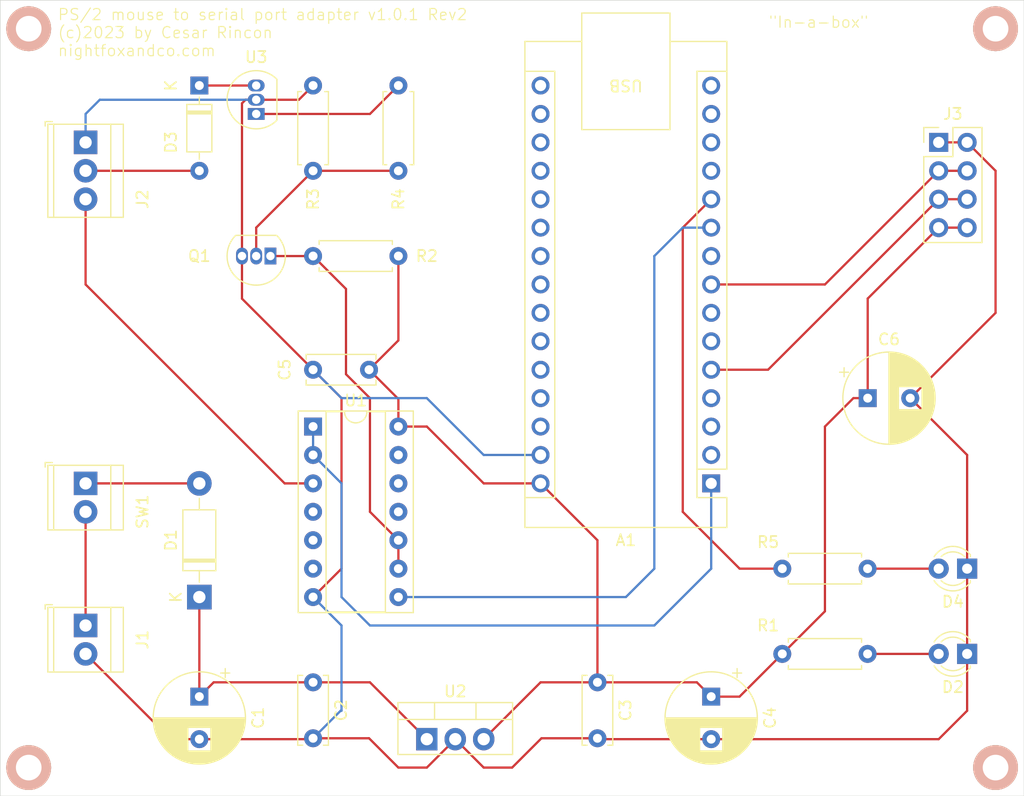
<source format=kicad_pcb>
(kicad_pcb (version 20221018) (generator pcbnew)
  (layers (0 "F.Cu" signal) (31 "B.Cu" signal) (34 "B.Paste" user) (35 "F.Paste" user) (36 "B.SilkS" user "B.Silkscreen") (37 "F.SilkS" user "F.Silkscreen") (38 "B.Mask" user) (39 "F.Mask" user) (44 "Edge.Cuts" user))
  (net 0 "")
  (net 1 "Net-(D1-A)")
  (net 2 "Net-(A1-VIN)")
  (net 3 "Net-(D2-A)")
  (net 4 "Net-(Q1-C)")
  (net 5 "Net-(Q1-B)")
  (net 6 "Net-(D2-K)")
  (net 7 "Net-(U3-VO)")
  (net 8 "Net-(A1-D8)")
  (net 9 "Net-(D4-A)")
  (net 10 "Net-(D3-K)")
  (net 11 "Net-(D1-K)")
  (net 12 "Net-(A1-D1{slash}TX)")
  (net 13 "Net-(A1-D7)")
  (net 17 "Net-(A1-D2)")
  (net 20 "Net-(A1-D5)")
  (net 39 "Net-(D3-A)")
  (net 40 "Net-(J2-Pin_3)")
  (net 41 "Net-(J1-Pin_1)")
  (footprint "TerminalBlock_TE-Connectivity:TerminalBlock_TE_282834-2_1x02_P2.54mm_Horizontal" (layer "F.Cu") (at 33.02 81.28 -90)
    (fp_text reference "J1" (at 1.27 -5.08 90) (layer "F.SilkS"))
    (fp_text value "DC IN")
    (pad "1" thru_hole rect (at 0 0 270) (size 2.1 2.1) (drill 1.1) (layers "*.Cu" "*.Mask") (net 41 "Net-(J1-Pin_1)"))
    (pad "2" thru_hole circle (at 2.54 0 270) (size 2.1 2.1) (drill 1.1) (layers "*.Cu" "*.Mask") (net 6 "Net-(D2-K)"))
  )
  (footprint "Capacitor_THT:CP_Radial_D8.0mm_P3.80mm" (layer "F.Cu") (at 88.9 87.64 -90)
    (fp_text reference "C4" (at 1.9 -5.25 90) (layer "F.SilkS"))
    (fp_text value "220uF")
    (pad "1" thru_hole rect (at 0 0 270) (size 1.6 1.6) (drill 0.8) (layers "*.Cu" "*.Mask") (net 2 "Net-(A1-VIN)"))
    (pad "2" thru_hole circle (at 3.8 0 270) (size 1.6 1.6) (drill 0.8) (layers "*.Cu" "*.Mask") (net 6 "Net-(D2-K)"))
  )
  (footprint "" (layer "F.Cu") (at 27.94 27.94)
    (fp_text reference "" (at 0 0) (layer "F.SilkS") (effects (font (size 1.27 1.27))))
    (fp_text value "" (at 0 0) (layer "F.SilkS") (effects (font (size 1.27 1.27))))
    (pad "GND" thru_hole circle (at 0 0 270) (size 4.0005 4.0005) (drill 2.29108) (layers "*.Cu" "*.SilkS" "*.Mask"))
  )
  (footprint "" (layer "F.Cu") (at 114.3 93.98)
    (fp_text reference "" (at 0 0) (layer "F.SilkS") (effects (font (size 1.27 1.27))))
    (fp_text value "" (at 0 0) (layer "F.SilkS") (effects (font (size 1.27 1.27))))
    (pad "GND" thru_hole circle (at 0 0 270) (size 4.0005 4.0005) (drill 2.29108) (layers "*.Cu" "*.SilkS" "*.Mask"))
  )
  (footprint "Diode_THT:D_DO-41_SOD81_P10.16mm_Horizontal" (layer "F.Cu") (at 43.18 78.74 90)
    (fp_text reference "D1" (at 5.08 -2.54 90) (layer "F.SilkS"))
    (fp_text value "1N5817")
    (fp_text user "K" (at 0 -2.1 90) (layer "F.SilkS"))
    (pad "1" thru_hole rect (at 0 0 90) (size 2.2 2.2) (drill 1.1) (layers "*.Cu" "*.Mask") (net 11 "Net-(D1-K)"))
    (pad "2" thru_hole oval (at 10.16 0 90) (size 2.2 2.2) (drill 1.1) (layers "*.Cu" "*.Mask") (net 1 "Net-(D1-A)"))
  )
  (footprint "LED_THT:LED_D3.0mm" (layer "F.Cu") (at 111.76 83.82 180)
    (fp_text reference "D2" (at 1.27 -2.96) (layer "F.SilkS"))
    (fp_text value "3mm RED")
    (pad "1" thru_hole rect (at 0 0 180) (size 1.8 1.8) (drill 0.9) (layers "*.Cu" "*.Mask") (net 6 "Net-(D2-K)"))
    (pad "2" thru_hole circle (at 2.54 0 180) (size 1.8 1.8) (drill 0.9) (layers "*.Cu" "*.Mask") (net 3 "Net-(D2-A)"))
  )
  (footprint "Package_DIP:DIP-14_W7.62mm_Socket" (layer "F.Cu") (at 53.34 63.5)
    (fp_text reference "U1" (at 3.81 -2.33) (layer "F.SilkS"))
    (fp_text value "74LS00")
    (pad "1" thru_hole rect (at 0 0) (size 1.6 1.6) (drill 0.8) (layers "*.Cu" "*.Mask") (net 12 "Net-(A1-D1{slash}TX)"))
    (pad "2" thru_hole oval (at 0 2.54) (size 1.6 1.6) (drill 0.8) (layers "*.Cu" "*.Mask") (net 12 "Net-(A1-D1{slash}TX)"))
    (pad "3" thru_hole oval (at 0 5.08) (size 1.6 1.6) (drill 0.8) (layers "*.Cu" "*.Mask") (net 40 "Net-(J2-Pin_3)"))
    (pad "4" thru_hole oval (at 0 7.62) (size 1.6 1.6) (drill 0.8) (layers "*.Cu" "*.Mask"))
    (pad "5" thru_hole oval (at 0 10.16) (size 1.6 1.6) (drill 0.8) (layers "*.Cu" "*.Mask"))
    (pad "6" thru_hole oval (at 0 12.7) (size 1.6 1.6) (drill 0.8) (layers "*.Cu" "*.Mask"))
    (pad "7" thru_hole oval (at 0 15.24) (size 1.6 1.6) (drill 0.8) (layers "*.Cu" "*.Mask") (net 6 "Net-(D2-K)"))
    (pad "8" thru_hole oval (at 7.62 15.24) (size 1.6 1.6) (drill 0.8) (layers "*.Cu" "*.Mask") (net 13 "Net-(A1-D7)"))
    (pad "9" thru_hole oval (at 7.62 12.7) (size 1.6 1.6) (drill 0.8) (layers "*.Cu" "*.Mask") (net 4 "Net-(Q1-C)"))
    (pad "10" thru_hole oval (at 7.62 10.16) (size 1.6 1.6) (drill 0.8) (layers "*.Cu" "*.Mask") (net 4 "Net-(Q1-C)"))
    (pad "11" thru_hole oval (at 7.62 7.62) (size 1.6 1.6) (drill 0.8) (layers "*.Cu" "*.Mask"))
    (pad "12" thru_hole oval (at 7.62 5.08) (size 1.6 1.6) (drill 0.8) (layers "*.Cu" "*.Mask"))
    (pad "13" thru_hole oval (at 7.62 2.54) (size 1.6 1.6) (drill 0.8) (layers "*.Cu" "*.Mask"))
    (pad "14" thru_hole oval (at 7.62 0) (size 1.6 1.6) (drill 0.8) (layers "*.Cu" "*.Mask") (net 2 "Net-(A1-VIN)"))
  )
  (footprint "Diode_THT:D_DO-35_SOD27_P7.62mm_Horizontal" (layer "F.Cu") (at 43.18 33.02 -90)
    (fp_text reference "D3" (at 5.08 2.54 90) (layer "F.SilkS"))
    (fp_text value "1N4148")
    (fp_text user "K" (at 0 2.54 90) (layer "F.SilkS"))
    (pad "1" thru_hole rect (at 0 0 270) (size 1.6 1.6) (drill 0.8) (layers "*.Cu" "*.Mask") (net 10 "Net-(D3-K)"))
    (pad "2" thru_hole oval (at 7.62 0 270) (size 1.6 1.6) (drill 0.8) (layers "*.Cu" "*.Mask") (net 39 "Net-(D3-A)"))
  )
  (footprint "Resistor_THT:R_Axial_DIN0207_L6.3mm_D2.5mm_P7.62mm_Horizontal" (layer "F.Cu") (at 60.96 40.64 90)
    (fp_text reference "R4" (at -2.54 0 90) (layer "F.SilkS"))
    (fp_text value "1K")
    (pad "1" thru_hole circle (at 0 0 90) (size 1.6 1.6) (drill 0.8) (layers "*.Cu" "*.Mask") (net 5 "Net-(Q1-B)"))
    (pad "2" thru_hole oval (at 7.62 0 90) (size 1.6 1.6) (drill 0.8) (layers "*.Cu" "*.Mask") (net 7 "Net-(U3-VO)"))
  )
  (footprint "Capacitor_THT:C_Disc_D6.0mm_W2.5mm_P5.00mm" (layer "F.Cu") (at 53.34 86.36 -90)
    (fp_text reference "C2" (at 2.5 -2.5 90) (layer "F.SilkS"))
    (fp_text value "100nF")
    (pad "1" thru_hole circle (at 0 0 270) (size 1.6 1.6) (drill 0.8) (layers "*.Cu" "*.Mask") (net 11 "Net-(D1-K)"))
    (pad "2" thru_hole circle (at 5 0 270) (size 1.6 1.6) (drill 0.8) (layers "*.Cu" "*.Mask") (net 6 "Net-(D2-K)"))
  )
  (footprint "Resistor_THT:R_Axial_DIN0207_L6.3mm_D2.5mm_P7.62mm_Horizontal" (layer "F.Cu") (at 53.34 40.64 90)
    (fp_text reference "R3" (at -2.54 0 90) (layer "F.SilkS"))
    (fp_text value "10K")
    (pad "1" thru_hole circle (at 0 0 90) (size 1.6 1.6) (drill 0.8) (layers "*.Cu" "*.Mask") (net 5 "Net-(Q1-B)"))
    (pad "2" thru_hole oval (at 7.62 0 90) (size 1.6 1.6) (drill 0.8) (layers "*.Cu" "*.Mask") (net 6 "Net-(D2-K)"))
  )
  (footprint "LED_THT:LED_D3.0mm" (layer "F.Cu") (at 111.76 76.2 180)
    (fp_text reference "D4" (at 1.27 -2.96) (layer "F.SilkS"))
    (fp_text value "3mm YELLOW")
    (pad "1" thru_hole rect (at 0 0 180) (size 1.8 1.8) (drill 0.9) (layers "*.Cu" "*.Mask") (net 6 "Net-(D2-K)"))
    (pad "2" thru_hole circle (at 2.54 0 180) (size 1.8 1.8) (drill 0.9) (layers "*.Cu" "*.Mask") (net 9 "Net-(D4-A)"))
  )
  (footprint "Package_TO_SOT_THT:TO-92_Inline" (layer "F.Cu") (at 48.26 35.56 90)
    (fp_text reference "U3" (at 5.08 0) (layer "F.SilkS"))
    (fp_text value "L78L05")
    (pad "1" thru_hole rect (at 0 0 90) (size 1.05 1.5) (drill 0.75) (layers "*.Cu" "*.Mask") (net 7 "Net-(U3-VO)"))
    (pad "2" thru_hole oval (at 1.27 0 90) (size 1.05 1.5) (drill 0.75) (layers "*.Cu" "*.Mask") (net 6 "Net-(D2-K)"))
    (pad "3" thru_hole oval (at 2.54 0 90) (size 1.05 1.5) (drill 0.75) (layers "*.Cu" "*.Mask") (net 10 "Net-(D3-K)"))
  )
  (footprint "" (layer "F.Cu") (at 27.94 93.98)
    (fp_text reference "" (at 0 0) (layer "F.SilkS") (effects (font (size 1.27 1.27))))
    (fp_text value "" (at 0 0) (layer "F.SilkS") (effects (font (size 1.27 1.27))))
    (pad "GND" thru_hole circle (at 0 0 270) (size 4.0005 4.0005) (drill 2.29108) (layers "*.Cu" "*.SilkS" "*.Mask"))
  )
  (footprint "Resistor_THT:R_Axial_DIN0207_L6.3mm_D2.5mm_P7.62mm_Horizontal" (layer "F.Cu") (at 60.96 48.26 180)
    (fp_text reference "R2" (at -2.54 0) (layer "F.SilkS"))
    (fp_text value "10K")
    (pad "1" thru_hole circle (at 0 0 180) (size 1.6 1.6) (drill 0.8) (layers "*.Cu" "*.Mask") (net 2 "Net-(A1-VIN)"))
    (pad "2" thru_hole oval (at 7.62 0 180) (size 1.6 1.6) (drill 0.8) (layers "*.Cu" "*.Mask") (net 4 "Net-(Q1-C)"))
  )
  (footprint "Resistor_THT:R_Axial_DIN0207_L6.3mm_D2.5mm_P7.62mm_Horizontal" (layer "F.Cu") (at 95.25 76.2)
    (fp_text reference "R5" (at -1.27 -2.37) (layer "F.SilkS"))
    (fp_text value "330R")
    (pad "1" thru_hole circle (at 0 0) (size 1.6 1.6) (drill 0.8) (layers "*.Cu" "*.Mask") (net 8 "Net-(A1-D8)"))
    (pad "2" thru_hole oval (at 7.62 0) (size 1.6 1.6) (drill 0.8) (layers "*.Cu" "*.Mask") (net 9 "Net-(D4-A)"))
  )
  (footprint "" (layer "F.Cu") (at 114.3 27.94)
    (fp_text reference "" (at 0 0) (layer "F.SilkS") (effects (font (size 1.27 1.27))))
    (fp_text value "" (at 0 0) (layer "F.SilkS") (effects (font (size 1.27 1.27))))
    (pad "GND" thru_hole circle (at 0 0 270) (size 4.0005 4.0005) (drill 2.29108) (layers "*.Cu" "*.SilkS" "*.Mask"))
  )
  (footprint "Capacitor_THT:C_Disc_D6.0mm_W2.5mm_P5.00mm" (layer "F.Cu") (at 78.74 86.36 -90)
    (fp_text reference "C3" (at 2.5 -2.5 90) (layer "F.SilkS"))
    (fp_text value "100nF")
    (pad "1" thru_hole circle (at 0 0 270) (size 1.6 1.6) (drill 0.8) (layers "*.Cu" "*.Mask") (net 2 "Net-(A1-VIN)"))
    (pad "2" thru_hole circle (at 5 0 270) (size 1.6 1.6) (drill 0.8) (layers "*.Cu" "*.Mask") (net 6 "Net-(D2-K)"))
  )
  (footprint "TerminalBlock_TE-Connectivity:TerminalBlock_TE_282834-3_1x03_P2.54mm_Horizontal" (layer "F.Cu") (at 33.02 38.1 -90)
    (fp_text reference "J2" (at 5.08 -5.08 -90) (layer "F.SilkS"))
    (fp_text value "Serial Port")
    (pad "1" thru_hole rect (at 0 0 270) (size 2.1 2.1) (drill 1.1) (layers "*.Cu" "*.Mask") (net 6 "Net-(D2-K)"))
    (pad "2" thru_hole circle (at 2.54 0 270) (size 2.1 2.1) (drill 1.1) (layers "*.Cu" "*.Mask") (net 39 "Net-(D3-A)"))
    (pad "3" thru_hole circle (at 5.08 0 270) (size 2.1 2.1) (drill 1.1) (layers "*.Cu" "*.Mask") (net 40 "Net-(J2-Pin_3)"))
  )
  (footprint "Package_TO_SOT_THT:TO-92_Inline" (layer "F.Cu") (at 49.53 48.26 180)
    (fp_text reference "Q1" (at 6.35 0) (layer "F.SilkS"))
    (fp_text value "BC547")
    (pad "1" thru_hole rect (at 0 0 180) (size 1.05 1.5) (drill 0.75) (layers "*.Cu" "*.Mask") (net 4 "Net-(Q1-C)"))
    (pad "2" thru_hole oval (at 1.27 0 180) (size 1.05 1.5) (drill 0.75) (layers "*.Cu" "*.Mask") (net 5 "Net-(Q1-B)"))
    (pad "3" thru_hole oval (at 2.54 0 180) (size 1.05 1.5) (drill 0.75) (layers "*.Cu" "*.Mask") (net 6 "Net-(D2-K)"))
  )
  (footprint "Module:Arduino_Nano" (layer "F.Cu") (at 88.9 68.58 180)
    (fp_text reference "A1" (at 7.62 -5.08) (layer "F.SilkS"))
    (fp_text value "Arduino NANO v3")
    (fp_text user "USB" (at 7.62 35.56 180 unlocked) (layer "F.SilkS"))
    (pad "1" thru_hole rect (at 0 0 180) (size 1.6 1.6) (drill 1) (layers "*.Cu" "*.Mask") (net 12 "Net-(A1-D1{slash}TX)"))
    (pad "2" thru_hole oval (at 0 2.54 180) (size 1.6 1.6) (drill 1) (layers "*.Cu" "*.Mask"))
    (pad "3" thru_hole oval (at 0 5.08 180) (size 1.6 1.6) (drill 1) (layers "*.Cu" "*.Mask"))
    (pad "4" thru_hole oval (at 0 7.62 180) (size 1.6 1.6) (drill 1) (layers "*.Cu" "*.Mask"))
    (pad "5" thru_hole oval (at 0 10.16 180) (size 1.6 1.6) (drill 1) (layers "*.Cu" "*.Mask") (net 17 "Net-(A1-D2)"))
    (pad "6" thru_hole oval (at 0 12.7 180) (size 1.6 1.6) (drill 1) (layers "*.Cu" "*.Mask"))
    (pad "7" thru_hole oval (at 0 15.24 180) (size 1.6 1.6) (drill 1) (layers "*.Cu" "*.Mask"))
    (pad "8" thru_hole oval (at 0 17.78 180) (size 1.6 1.6) (drill 1) (layers "*.Cu" "*.Mask") (net 20 "Net-(A1-D5)"))
    (pad "9" thru_hole oval (at 0 20.32 180) (size 1.6 1.6) (drill 1) (layers "*.Cu" "*.Mask"))
    (pad "10" thru_hole oval (at 0 22.86 180) (size 1.6 1.6) (drill 1) (layers "*.Cu" "*.Mask") (net 13 "Net-(A1-D7)"))
    (pad "11" thru_hole oval (at 0 25.4 180) (size 1.6 1.6) (drill 1) (layers "*.Cu" "*.Mask") (net 8 "Net-(A1-D8)"))
    (pad "12" thru_hole oval (at 0 27.94 180) (size 1.6 1.6) (drill 1) (layers "*.Cu" "*.Mask"))
    (pad "13" thru_hole oval (at 0 30.48 180) (size 1.6 1.6) (drill 1) (layers "*.Cu" "*.Mask"))
    (pad "14" thru_hole oval (at 0 33.02 180) (size 1.6 1.6) (drill 1) (layers "*.Cu" "*.Mask"))
    (pad "15" thru_hole oval (at 0 35.56 180) (size 1.6 1.6) (drill 1) (layers "*.Cu" "*.Mask"))
    (pad "16" thru_hole oval (at 15.24 35.56 180) (size 1.6 1.6) (drill 1) (layers "*.Cu" "*.Mask"))
    (pad "17" thru_hole oval (at 15.24 33.02 180) (size 1.6 1.6) (drill 1) (layers "*.Cu" "*.Mask"))
    (pad "18" thru_hole oval (at 15.24 30.48 180) (size 1.6 1.6) (drill 1) (layers "*.Cu" "*.Mask"))
    (pad "19" thru_hole oval (at 15.24 27.94 180) (size 1.6 1.6) (drill 1) (layers "*.Cu" "*.Mask"))
    (pad "20" thru_hole oval (at 15.24 25.4 180) (size 1.6 1.6) (drill 1) (layers "*.Cu" "*.Mask"))
    (pad "21" thru_hole oval (at 15.24 22.86 180) (size 1.6 1.6) (drill 1) (layers "*.Cu" "*.Mask"))
    (pad "22" thru_hole oval (at 15.24 20.32 180) (size 1.6 1.6) (drill 1) (layers "*.Cu" "*.Mask"))
    (pad "23" thru_hole oval (at 15.24 17.78 180) (size 1.6 1.6) (drill 1) (layers "*.Cu" "*.Mask"))
    (pad "24" thru_hole oval (at 15.24 15.24 180) (size 1.6 1.6) (drill 1) (layers "*.Cu" "*.Mask"))
    (pad "25" thru_hole oval (at 15.24 12.7 180) (size 1.6 1.6) (drill 1) (layers "*.Cu" "*.Mask"))
    (pad "26" thru_hole oval (at 15.24 10.16 180) (size 1.6 1.6) (drill 1) (layers "*.Cu" "*.Mask"))
    (pad "27" thru_hole oval (at 15.24 7.62 180) (size 1.6 1.6) (drill 1) (layers "*.Cu" "*.Mask"))
    (pad "28" thru_hole oval (at 15.24 5.08 180) (size 1.6 1.6) (drill 1) (layers "*.Cu" "*.Mask"))
    (pad "29" thru_hole oval (at 15.24 2.54 180) (size 1.6 1.6) (drill 1) (layers "*.Cu" "*.Mask") (net 6 "Net-(D2-K)"))
    (pad "30" thru_hole oval (at 15.24 0 180) (size 1.6 1.6) (drill 1) (layers "*.Cu" "*.Mask") (net 2 "Net-(A1-VIN)"))
  )
  (footprint "Resistor_THT:R_Axial_DIN0207_L6.3mm_D2.5mm_P7.62mm_Horizontal" (layer "F.Cu") (at 95.25 83.82)
    (fp_text reference "R1" (at -1.27 -2.54) (layer "F.SilkS"))
    (fp_text value "330R")
    (pad "1" thru_hole circle (at 0 0) (size 1.6 1.6) (drill 0.8) (layers "*.Cu" "*.Mask") (net 2 "Net-(A1-VIN)"))
    (pad "2" thru_hole oval (at 7.62 0) (size 1.6 1.6) (drill 0.8) (layers "*.Cu" "*.Mask") (net 3 "Net-(D2-A)"))
  )
  (footprint "Package_TO_SOT_THT:TO-220-3_Vertical" (layer "F.Cu") (at 63.5 91.44)
    (fp_text reference "U2" (at 2.54 -4.27) (layer "F.SilkS"))
    (fp_text value "L7805")
    (pad "1" thru_hole rect (at 0 0) (size 1.905 2) (drill 1.1) (layers "*.Cu" "*.Mask") (net 11 "Net-(D1-K)"))
    (pad "2" thru_hole oval (at 2.54 0) (size 1.905 2) (drill 1.1) (layers "*.Cu" "*.Mask") (net 6 "Net-(D2-K)"))
    (pad "3" thru_hole oval (at 5.08 0) (size 1.905 2) (drill 1.1) (layers "*.Cu" "*.Mask") (net 2 "Net-(A1-VIN)"))
  )
  (footprint "Connector_PinHeader_2.54mm:PinHeader_2x04_P2.54mm_Vertical" (layer "F.Cu") (at 109.22 38.1)
    (fp_text reference "J3" (at 1.27 -2.54) (layer "F.SilkS"))
    (fp_text value "PS/2 & USB")
    (pad "1" thru_hole rect (at 0 0) (size 1.7 1.7) (drill 1) (layers "*.Cu" "*.Mask") (net 6 "Net-(D2-K)"))
    (pad "2" thru_hole oval (at 2.54 0) (size 1.7 1.7) (drill 1) (layers "*.Cu" "*.Mask") (net 6 "Net-(D2-K)"))
    (pad "3" thru_hole oval (at 0 2.54) (size 1.7 1.7) (drill 1) (layers "*.Cu" "*.Mask") (net 20 "Net-(A1-D5)"))
    (pad "4" thru_hole oval (at 2.54 2.54) (size 1.7 1.7) (drill 1) (layers "*.Cu" "*.Mask") (net 20 "Net-(A1-D5)"))
    (pad "5" thru_hole oval (at 0 5.08) (size 1.7 1.7) (drill 1) (layers "*.Cu" "*.Mask") (net 17 "Net-(A1-D2)"))
    (pad "6" thru_hole oval (at 2.54 5.08) (size 1.7 1.7) (drill 1) (layers "*.Cu" "*.Mask") (net 17 "Net-(A1-D2)"))
    (pad "7" thru_hole oval (at 0 7.62) (size 1.7 1.7) (drill 1) (layers "*.Cu" "*.Mask") (net 2 "Net-(A1-VIN)"))
    (pad "8" thru_hole oval (at 2.54 7.62) (size 1.7 1.7) (drill 1) (layers "*.Cu" "*.Mask") (net 2 "Net-(A1-VIN)"))
  )
  (footprint "Capacitor_THT:CP_Radial_D8.0mm_P3.80mm" (layer "F.Cu") (at 43.18 87.64 -90)
    (fp_text reference "C1" (at 1.9 -5.25 90) (layer "F.SilkS"))
    (fp_text value "470uF")
    (pad "1" thru_hole rect (at 0 0 270) (size 1.6 1.6) (drill 0.8) (layers "*.Cu" "*.Mask") (net 11 "Net-(D1-K)"))
    (pad "2" thru_hole circle (at 3.8 0 270) (size 1.6 1.6) (drill 0.8) (layers "*.Cu" "*.Mask") (net 6 "Net-(D2-K)"))
  )
  (footprint "Capacitor_THT:CP_Radial_D8.0mm_P3.80mm" (layer "F.Cu") (at 102.88 60.96)
    (fp_text reference "C6" (at 1.9 -5.25) (layer "F.SilkS"))
    (fp_text value "100uF")
    (pad "1" thru_hole rect (at 0 0) (size 1.6 1.6) (drill 0.8) (layers "*.Cu" "*.Mask") (net 2 "Net-(A1-VIN)"))
    (pad "2" thru_hole circle (at 3.8 0) (size 1.6 1.6) (drill 0.8) (layers "*.Cu" "*.Mask") (net 6 "Net-(D2-K)"))
  )
  (footprint "TerminalBlock_TE-Connectivity:TerminalBlock_TE_282834-2_1x02_P2.54mm_Horizontal" (layer "F.Cu") (at 33.02 68.58 -90)
    (fp_text reference "SW1" (at 2.54 -5.08 90) (layer "F.SilkS"))
    (fp_text value "Switch ON/OFF")
    (pad "1" thru_hole rect (at 0 0 270) (size 2.1 2.1) (drill 1.1) (layers "*.Cu" "*.Mask") (net 1 "Net-(D1-A)"))
    (pad "2" thru_hole circle (at 2.54 0 270) (size 2.1 2.1) (drill 1.1) (layers "*.Cu" "*.Mask") (net 41 "Net-(J1-Pin_1)"))
  )
  (footprint "Capacitor_THT:C_Disc_D6.0mm_W2.5mm_P5.00mm" (layer "F.Cu") (at 58.34 58.42 180)
    (fp_text reference "C5" (at 7.54 0 90) (layer "F.SilkS"))
    (fp_text value "100nF")
    (pad "1" thru_hole circle (at 0 0 180) (size 1.6 1.6) (drill 0.8) (layers "*.Cu" "*.Mask") (net 2 "Net-(A1-VIN)"))
    (pad "2" thru_hole circle (at 5 0 180) (size 1.6 1.6) (drill 0.8) (layers "*.Cu" "*.Mask") (net 6 "Net-(D2-K)"))
  )
  (gr_rect (start 25.4 25.4) (end 116.84 96.52) (stroke (width 0.05)) (fill none) (layer "Edge.Cuts"))
  (gr_text "PS/2 mouse to serial port adapter v1.0.1 Rev2\n(c)2023 by Cesar Rincon\nnightfoxandco.com" (at 30.48 30.48) (layer "F.SilkS") (effects (font (size 1 1) (thickness 0.1)) (justify left bottom)))
  (gr_text "{dblquote}In-a-box{dblquote}" (at 93.98 27.94) (layer "F.SilkS") (effects (font (size 1 1) (thickness 0.1)) (justify left bottom)))
  (segment (start 33.02 68.58) (end 43.18 68.58) (width 0.2) (layer "F.Cu") (net 1))
  (segment (start 78.74 86.36) (end 73.66 86.36) (width 0.2) (layer "F.Cu") (net 2))
  (segment (start 87.62 86.36) (end 88.9 87.64) (width 0.2) (layer "F.Cu") (net 2))
  (segment (start 111.76 45.72) (end 109.22 45.72) (width 0.2) (layer "F.Cu") (net 2))
  (segment (start 102.88 52.06) (end 102.88 60.96) (width 0.2) (layer "F.Cu") (net 2))
  (segment (start 78.74 86.36) (end 87.62 86.36) (width 0.2) (layer "F.Cu") (net 2))
  (segment (start 78.74 73.66) (end 73.66 68.58) (width 0.2) (layer "F.Cu") (net 2))
  (segment (start 60.96 61.04) (end 58.34 58.42) (width 0.2) (layer "F.Cu") (net 2))
  (segment (start 60.96 63.5) (end 63.5 63.5) (width 0.2) (layer "F.Cu") (net 2))
  (segment (start 68.58 68.58) (end 73.66 68.58) (width 0.2) (layer "F.Cu") (net 2))
  (segment (start 109.22 45.72) (end 102.88 52.06) (width 0.2) (layer "F.Cu") (net 2))
  (segment (start 101.6 60.96) (end 99.06 63.5) (width 0.2) (layer "F.Cu") (net 2))
  (segment (start 73.66 86.36) (end 68.58 91.44) (width 0.2) (layer "F.Cu") (net 2))
  (segment (start 99.06 80.01) (end 95.25 83.82) (width 0.2) (layer "F.Cu") (net 2))
  (segment (start 60.96 55.8) (end 58.34 58.42) (width 0.2) (layer "F.Cu") (net 2))
  (segment (start 78.74 86.36) (end 78.74 73.66) (width 0.2) (layer "F.Cu") (net 2))
  (segment (start 91.43 87.64) (end 95.25 83.82) (width 0.2) (layer "F.Cu") (net 2))
  (segment (start 60.96 63.5) (end 60.96 61.04) (width 0.2) (layer "F.Cu") (net 2))
  (segment (start 99.06 63.5) (end 99.06 80.01) (width 0.2) (layer "F.Cu") (net 2))
  (segment (start 63.5 63.5) (end 68.58 68.58) (width 0.2) (layer "F.Cu") (net 2))
  (segment (start 88.9 87.64) (end 91.43 87.64) (width 0.2) (layer "F.Cu") (net 2))
  (segment (start 102.88 60.96) (end 101.6 60.96) (width 0.2) (layer "F.Cu") (net 2))
  (segment (start 60.96 48.26) (end 60.96 55.8) (width 0.2) (layer "F.Cu") (net 2))
  (segment (start 102.87 83.82) (end 109.22 83.82) (width 0.2) (layer "F.Cu") (net 3))
  (segment (start 58.42 60.96) (end 58.42 71.12) (width 0.2) (layer "F.Cu") (net 4))
  (segment (start 56.28 58.82) (end 58.42 60.96) (width 0.2) (layer "F.Cu") (net 4))
  (segment (start 60.96 73.66) (end 60.96 76.2) (width 0.2) (layer "F.Cu") (net 4))
  (segment (start 58.42 71.12) (end 60.96 73.66) (width 0.2) (layer "F.Cu") (net 4))
  (segment (start 53.34 48.26) (end 56.28 51.2) (width 0.2) (layer "F.Cu") (net 4))
  (segment (start 53.34 48.26) (end 49.53 48.26) (width 0.2) (layer "F.Cu") (net 4))
  (segment (start 56.28 51.2) (end 56.28 58.82) (width 0.2) (layer "F.Cu") (net 4))
  (segment (start 60.96 40.64) (end 53.34 40.64) (width 0.2) (layer "F.Cu") (net 5))
  (segment (start 53.34 40.64) (end 48.26 45.72) (width 0.2) (layer "F.Cu") (net 5))
  (segment (start 48.26 45.72) (end 48.26 48.26) (width 0.2) (layer "F.Cu") (net 5))
  (segment (start 60.96 93.98) (end 63.5 93.98) (width 0.2) (layer "F.Cu") (net 6))
  (segment (start 53.34 58.42) (end 55.88 60.96) (width 0.2) (layer "F.Cu") (net 6))
  (segment (start 88.9 91.44) (end 78.82 91.44) (width 0.2) (layer "F.Cu") (net 6))
  (segment (start 46.99 34.61) (end 47.31 34.29) (width 0.2) (layer "F.Cu") (net 6))
  (segment (start 73.74 91.36) (end 71.12 93.98) (width 0.2) (layer "F.Cu") (net 6))
  (segment (start 46.99 48.26) (end 46.99 52.07) (width 0.2) (layer "F.Cu") (net 6))
  (segment (start 111.76 66.04) (end 106.68 60.96) (width 0.2) (layer "F.Cu") (net 6))
  (segment (start 88.9 91.44) (end 109.22 91.44) (width 0.2) (layer "F.Cu") (net 6))
  (segment (start 78.74 91.36) (end 73.74 91.36) (width 0.2) (layer "F.Cu") (net 6))
  (segment (start 111.76 76.2) (end 111.76 83.82) (width 0.2) (layer "F.Cu") (net 6))
  (segment (start 109.22 91.44) (end 111.76 88.9) (width 0.2) (layer "F.Cu") (net 6))
  (segment (start 52.07 34.29) (end 48.26 34.29) (width 0.2) (layer "F.Cu") (net 6))
  (segment (start 55.88 76.2) (end 53.34 78.74) (width 0.2) (layer "F.Cu") (net 6))
  (segment (start 114.3 53.34) (end 106.68 60.96) (width 0.2) (layer "F.Cu") (net 6))
  (segment (start 53.34 33.02) (end 52.07 34.29) (width 0.2) (layer "F.Cu") (net 6))
  (segment (start 58.34 91.36) (end 60.96 93.98) (width 0.2) (layer "F.Cu") (net 6))
  (segment (start 111.76 38.1) (end 114.3 40.64) (width 0.2) (layer "F.Cu") (net 6))
  (segment (start 111.76 38.1) (end 109.22 38.1) (width 0.2) (layer "F.Cu") (net 6))
  (segment (start 68.58 93.98) (end 66.04 91.44) (width 0.2) (layer "F.Cu") (net 6))
  (segment (start 43.18 91.44) (end 53.26 91.44) (width 0.2) (layer "F.Cu") (net 6))
  (segment (start 55.88 60.96) (end 55.88 76.2) (width 0.2) (layer "F.Cu") (net 6))
  (segment (start 47.31 34.29) (end 48.26 34.29) (width 0.2) (layer "F.Cu") (net 6))
  (segment (start 111.76 76.2) (end 111.76 66.04) (width 0.2) (layer "F.Cu") (net 6))
  (segment (start 63.5 93.98) (end 66.04 91.44) (width 0.2) (layer "F.Cu") (net 6))
  (segment (start 46.99 48.26) (end 46.99 34.61) (width 0.2) (layer "F.Cu") (net 6))
  (segment (start 33.02 83.82) (end 40.64 91.44) (width 0.2) (layer "F.Cu") (net 6))
  (segment (start 71.12 93.98) (end 68.58 93.98) (width 0.2) (layer "F.Cu") (net 6))
  (segment (start 114.3 40.64) (end 114.3 53.34) (width 0.2) (layer "F.Cu") (net 6))
  (segment (start 111.76 88.9) (end 111.76 83.82) (width 0.2) (layer "F.Cu") (net 6))
  (segment (start 46.99 52.07) (end 53.34 58.42) (width 0.2) (layer "F.Cu") (net 6))
  (segment (start 40.64 91.44) (end 43.18 91.44) (width 0.2) (layer "F.Cu") (net 6))
  (segment (start 53.34 91.36) (end 58.34 91.36) (width 0.2) (layer "F.Cu") (net 6))
  (segment (start 63.5 60.96) (end 55.88 60.96) (width 0.2) (layer "B.Cu") (net 6))
  (segment (start 55.88 81.28) (end 53.34 78.74) (width 0.2) (layer "B.Cu") (net 6))
  (segment (start 33.02 35.56) (end 34.29 34.29) (width 0.2) (layer "B.Cu") (net 6))
  (segment (start 73.66 66.04) (end 68.58 66.04) (width 0.2) (layer "B.Cu") (net 6))
  (segment (start 68.58 66.04) (end 63.5 60.96) (width 0.2) (layer "B.Cu") (net 6))
  (segment (start 55.8 88.9) (end 55.88 88.9) (width 0.2) (layer "B.Cu") (net 6))
  (segment (start 34.29 34.29) (end 48.26 34.29) (width 0.2) (layer "B.Cu") (net 6))
  (segment (start 55.88 88.9) (end 55.88 81.28) (width 0.2) (layer "B.Cu") (net 6))
  (segment (start 53.34 91.36) (end 55.8 88.9) (width 0.2) (layer "B.Cu") (net 6))
  (segment (start 33.02 38.1) (end 33.02 35.56) (width 0.2) (layer "B.Cu") (net 6))
  (segment (start 55.88 60.96) (end 53.34 58.42) (width 0.2) (layer "B.Cu") (net 6))
  (segment (start 58.42 35.56) (end 48.26 35.56) (width 0.2) (layer "F.Cu") (net 7))
  (segment (start 60.96 33.02) (end 58.42 35.56) (width 0.2) (layer "F.Cu") (net 7))
  (segment (start 86.36 45.72) (end 88.9 43.18) (width 0.2) (layer "F.Cu") (net 8))
  (segment (start 95.25 76.2) (end 91.44 76.2) (width 0.2) (layer "F.Cu") (net 8))
  (segment (start 86.36 71.12) (end 86.36 45.72) (width 0.2) (layer "F.Cu") (net 8))
  (segment (start 91.44 76.2) (end 86.36 71.12) (width 0.2) (layer "F.Cu") (net 8))
  (segment (start 102.87 76.2) (end 109.22 76.2) (width 0.2) (layer "F.Cu") (net 9))
  (segment (start 43.18 33.02) (end 48.26 33.02) (width 0.2) (layer "F.Cu") (net 10))
  (segment (start 53.34 86.36) (end 58.42 86.36) (width 0.2) (layer "F.Cu") (net 11))
  (segment (start 43.18 78.74) (end 43.18 87.64) (width 0.2) (layer "F.Cu") (net 11))
  (segment (start 58.42 86.36) (end 63.5 91.44) (width 0.2) (layer "F.Cu") (net 11))
  (segment (start 44.46 86.36) (end 43.18 87.64) (width 0.2) (layer "F.Cu") (net 11))
  (segment (start 53.34 86.36) (end 44.46 86.36) (width 0.2) (layer "F.Cu") (net 11))
  (segment (start 55.88 78.74) (end 55.88 68.58) (width 0.2) (layer "B.Cu") (net 12))
  (segment (start 58.42 81.28) (end 55.88 78.74) (width 0.2) (layer "B.Cu") (net 12))
  (segment (start 53.34 63.5) (end 53.34 66.04) (width 0.2) (layer "B.Cu") (net 12))
  (segment (start 55.88 68.58) (end 53.34 66.04) (width 0.2) (layer "B.Cu") (net 12))
  (segment (start 88.9 68.58) (end 88.9 76.2) (width 0.2) (layer "B.Cu") (net 12))
  (segment (start 88.9 76.2) (end 83.82 81.28) (width 0.2) (layer "B.Cu") (net 12))
  (segment (start 83.82 81.28) (end 58.42 81.28) (width 0.2) (layer "B.Cu") (net 12))
  (segment (start 86.36 45.72) (end 83.82 48.26) (width 0.2) (layer "B.Cu") (net 13))
  (segment (start 88.9 45.72) (end 86.36 45.72) (width 0.2) (layer "B.Cu") (net 13))
  (segment (start 83.82 48.26) (end 83.82 76.2) (width 0.2) (layer "B.Cu") (net 13))
  (segment (start 83.82 76.2) (end 81.28 78.74) (width 0.2) (layer "B.Cu") (net 13))
  (segment (start 81.28 78.74) (end 60.96 78.74) (width 0.2) (layer "B.Cu") (net 13))
  (segment (start 93.98 58.42) (end 109.22 43.18) (width 0.2) (layer "F.Cu") (net 17))
  (segment (start 111.76 43.18) (end 109.22 43.18) (width 0.2) (layer "F.Cu") (net 17))
  (segment (start 88.9 58.42) (end 93.98 58.42) (width 0.2) (layer "F.Cu") (net 17))
  (segment (start 88.9 50.8) (end 99.06 50.8) (width 0.2) (layer "F.Cu") (net 20))
  (segment (start 111.76 40.64) (end 109.22 40.64) (width 0.2) (layer "F.Cu") (net 20))
  (segment (start 99.06 50.8) (end 109.22 40.64) (width 0.2) (layer "F.Cu") (net 20))
  (segment (start 33.02 40.64) (end 43.18 40.64) (width 0.2) (layer "F.Cu") (net 39))
  (segment (start 33.02 50.8) (end 33.02 43.18) (width 0.2) (layer "F.Cu") (net 40))
  (segment (start 50.8 68.58) (end 33.02 50.8) (width 0.2) (layer "F.Cu") (net 40))
  (segment (start 53.34 68.58) (end 50.8 68.58) (width 0.2) (layer "F.Cu") (net 40))
  (segment (start 33.02 81.28) (end 33.02 71.12) (width 0.2) (layer "F.Cu") (net 41))
)
</source>
